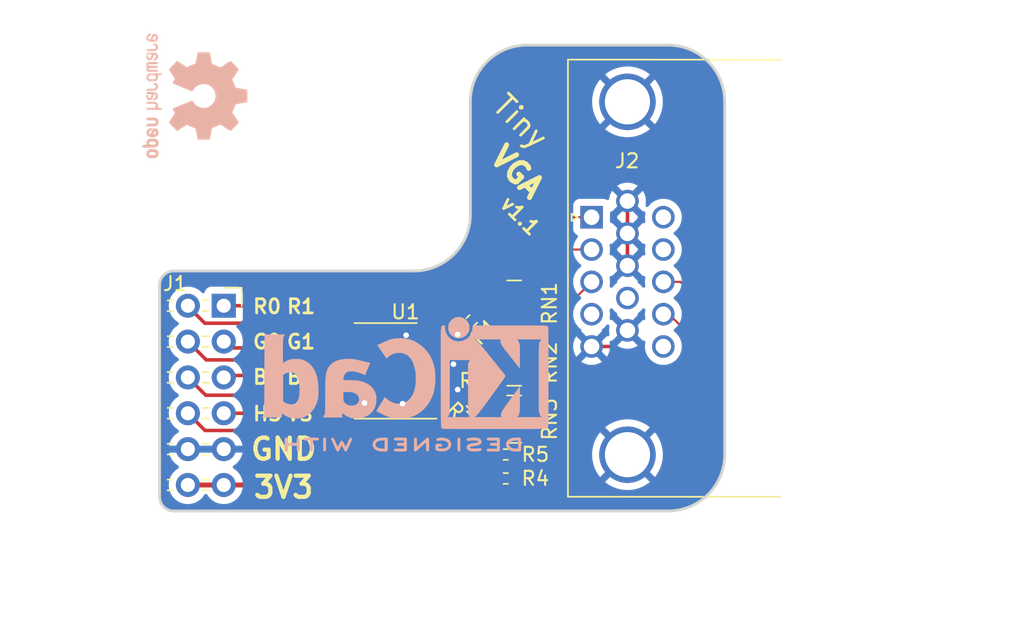
<source format=kicad_pcb>
(kicad_pcb (version 20221018) (generator pcbnew)
  (title_block (title "Tiny VGA") (date "2023-10-07") (rev "v1.0") (company "Copyright (c) Leo Moser") (comment 1 "Made by mole99") (comment 4 "AISLER Project ID: GYRJCWBJ"))
  (layers (0 "F.Cu" signal) (31 "B.Cu" signal) (34 "B.Paste" user) (35 "F.Paste" user) (36 "B.SilkS" user "B.Silkscreen") (37 "F.SilkS" user "F.Silkscreen") (38 "B.Mask" user) (39 "F.Mask" user) (44 "Edge.Cuts" user))
  (property "NAME" "TinyVGA")
  (property "VERSION" "v1.1")
  (net 0 "")
  (net 1 "GND")
  (net 2 "R0")
  (net 3 "R1")
  (net 4 "+3.3V")
  (net 5 "AnalogR")
  (net 6 "Hsync")
  (net 7 "G0")
  (net 8 "AnalogG")
  (net 9 "G1")
  (net 10 "B0")
  (net 11 "AnalogB")
  (net 12 "B1")
  (net 13 "Vsync")
  (net 14 "PMOD1")
  (net 15 "PMOD2")
  (net 16 "PMOD3")
  (net 17 "PMOD4")
  (net 18 "PMOD5")
  (net 19 "PMOD6")
  (net 20 "PMOD7")
  (net 21 "PMOD8")
  (net 22 "Net-(RN1A-R1.2)")
  (net 23 "Net-(RN2A-R1.2)")
  (net 24 "Net-(RN3A-R1.2)")
  (net 28 "Net-(J2-Pad13)")
  (net 29 "Net-(J2-Pad14)")
  (footprint "Resistor_SMD:R_0402_1005Metric" (layer "F.Cu") (at 150.1 80.5 -135)
    (fp_text reference "R1" (at -0.070711 -1.202082 45) (layer "F.SilkS"))
    (fp_text value "360R" hide)
    (pad "1" smd roundrect (at -0.51 0 225) (size 0.54 0.64) (layers "F.Cu" "F.Paste" "F.Mask") (net 22 "Net-(RN1A-R1.2)"))
    (pad "2" smd roundrect (at 0.51 0 225) (size 0.54 0.64) (layers "F.Cu" "F.Paste" "F.Mask") (net 1 "GND"))
  )
  (footprint "Resistor_SMD:R_Array_Convex_4x0603" (layer "F.Cu") (at 153.1 87.5 180)
    (fp_text reference "RN3" (at -2.5 0 270) (layer "F.SilkS"))
    (fp_text value "360R")
    (pad "1" smd rect (at -0.9 -1.2 180) (size 0.8 0.5) (layers "F.Cu" "F.Paste" "F.Mask") (net 10 "B0"))
    (pad "2" smd rect (at -0.9 -0.4 180) (size 0.8 0.4) (layers "F.Cu" "F.Paste" "F.Mask") (net 11 "AnalogB"))
    (pad "3" smd rect (at -0.9 0.4 180) (size 0.8 0.4) (layers "F.Cu" "F.Paste" "F.Mask") (net 11 "AnalogB"))
    (pad "4" smd rect (at -0.9 1.2 180) (size 0.8 0.5) (layers "F.Cu" "F.Paste" "F.Mask") (net 11 "AnalogB"))
    (pad "5" smd rect (at 0.9 1.2 180) (size 0.8 0.5) (layers "F.Cu" "F.Paste" "F.Mask") (net 12 "B1"))
    (pad "6" smd rect (at 0.9 0.4 180) (size 0.8 0.4) (layers "F.Cu" "F.Paste" "F.Mask") (net 24 "Net-(RN3A-R1.2)"))
    (pad "7" smd rect (at 0.9 -0.4 180) (size 0.8 0.4) (layers "F.Cu" "F.Paste" "F.Mask") (net 24 "Net-(RN3A-R1.2)"))
    (pad "8" smd rect (at 0.9 -1.2 180) (size 0.8 0.5) (layers "F.Cu" "F.Paste" "F.Mask") (net 24 "Net-(RN3A-R1.2)"))
  )
  (footprint "Connector_PinHeader_2.54mm:PinHeader_2x06_P2.54mm_Horizontal" (layer "F.Cu") (at 132.54 78.19)
    (fp_text reference "J1" (at -3.44 -0.29) (layer "F.SilkS"))
    (fp_text value "PMOD")
    (pad "1" thru_hole rect (at 0 1.27) (size 1.7 1.7) (drill 1) (layers "*.Cu" "*.Mask") (net 14 "PMOD1"))
    (pad "2" thru_hole oval (at 0 3.81) (size 1.7 1.7) (drill 1) (layers "*.Cu" "*.Mask") (net 15 "PMOD2"))
    (pad "3" thru_hole oval (at 0 6.35) (size 1.7 1.7) (drill 1) (layers "*.Cu" "*.Mask") (net 16 "PMOD3"))
    (pad "4" thru_hole oval (at 0 8.89) (size 1.7 1.7) (drill 1) (layers "*.Cu" "*.Mask") (net 17 "PMOD4"))
    (pad "5" thru_hole oval (at 0 11.43) (size 1.7 1.7) (drill 1) (layers "*.Cu" "*.Mask") (net 1 "GND"))
    (pad "6" thru_hole oval (at 0 13.97) (size 1.7 1.7) (drill 1) (layers "*.Cu" "*.Mask") (net 4 "+3.3V"))
    (pad "7" thru_hole oval (at -2.54 1.27) (size 1.7 1.7) (drill 1) (layers "*.Cu" "*.Mask") (net 18 "PMOD5"))
    (pad "8" thru_hole oval (at -2.54 3.81) (size 1.7 1.7) (drill 1) (layers "*.Cu" "*.Mask") (net 19 "PMOD6"))
    (pad "9" thru_hole oval (at -2.54 6.35) (size 1.7 1.7) (drill 1) (layers "*.Cu" "*.Mask") (net 20 "PMOD7"))
    (pad "10" thru_hole oval (at -2.54 8.89) (size 1.7 1.7) (drill 1) (layers "*.Cu" "*.Mask") (net 21 "PMOD8"))
    (pad "11" thru_hole oval (at -2.54 11.43) (size 1.7 1.7) (drill 1) (layers "*.Cu" "*.Mask") (net 1 "GND"))
    (pad "12" thru_hole oval (at -2.54 13.97) (size 1.7 1.7) (drill 1) (layers "*.Cu" "*.Mask") (net 4 "+3.3V"))
  )
  (footprint "Resistor_SMD:R_0402_1005Metric" (layer "F.Cu") (at 150.19 83.6 180)
    (fp_text reference "R2" (at 0 -1.17) (layer "F.SilkS"))
    (fp_text value "360R" hide)
    (pad "1" smd roundrect (at -0.51 0 180) (size 0.54 0.64) (layers "F.Cu" "F.Paste" "F.Mask") (net 23 "Net-(RN2A-R1.2)"))
    (pad "2" smd roundrect (at 0.51 0 180) (size 0.54 0.64) (layers "F.Cu" "F.Paste" "F.Mask") (net 1 "GND"))
  )
  (footprint "tiny-vga:DSUB-15-HD_Female_Horizontal" (layer "F.Cu") (at 159.7 73.2 90)
    (fp_text reference "J2" (at 4 1.4 180) (layer "F.SilkS"))
    (fp_text value "VGA")
    (pad "0" thru_hole circle (at -16.815 1.42 90) (size 4 4) (drill 3.2) (layers "*.Cu" "*.Mask") (net 1 "GND"))
    (pad "0" thru_hole circle (at 8.185 1.42 90) (size 4 4) (drill 3.2) (layers "*.Cu" "*.Mask") (net 1 "GND"))
    (pad "1" thru_hole rect (at 0.01 -1.12 90) (size 1.6 1.6) (drill 1.1) (layers "*.Cu" "*.Mask") (net 5 "AnalogR"))
    (pad "2" thru_hole circle (at -2.28 -1.12 90) (size 1.6 1.6) (drill 1.1) (layers "*.Cu" "*.Mask") (net 8 "AnalogG"))
    (pad "3" thru_hole circle (at -4.57 -1.12 90) (size 1.6 1.6) (drill 1.1) (layers "*.Cu" "*.Mask") (net 11 "AnalogB"))
    (pad "4" thru_hole circle (at -6.86 -1.12 90) (size 1.6 1.6) (drill 1.1) (layers "*.Cu" "*.Mask"))
    (pad "5" thru_hole circle (at -9.15 -1.12 90) (size 1.6 1.6) (drill 1.1) (layers "*.Cu" "*.Mask") (net 1 "GND"))
    (pad "6" thru_hole circle (at 1.155 1.42 90) (size 1.6 1.6) (drill 1.1) (layers "*.Cu" "*.Mask") (net 1 "GND"))
    (pad "7" thru_hole circle (at -1.135 1.42 90) (size 1.6 1.6) (drill 1.1) (layers "*.Cu" "*.Mask") (net 1 "GND"))
    (pad "8" thru_hole circle (at -3.425 1.42 90) (size 1.6 1.6) (drill 1.1) (layers "*.Cu" "*.Mask") (net 1 "GND"))
    (pad "9" thru_hole circle (at -5.715 1.42 90) (size 1.6 1.6) (drill 1.1) (layers "*.Cu" "*.Mask"))
    (pad "10" thru_hole circle (at -8.005 1.42 90) (size 1.6 1.6) (drill 1.1) (layers "*.Cu" "*.Mask") (net 1 "GND"))
    (pad "11" thru_hole circle (at 0.01 3.96 90) (size 1.6 1.6) (drill 1.1) (layers "*.Cu" "*.Mask"))
    (pad "12" thru_hole circle (at -2.28 3.96 90) (size 1.6 1.6) (drill 1.1) (layers "*.Cu" "*.Mask"))
    (pad "13" thru_hole circle (at -4.57 3.96 90) (size 1.6 1.6) (drill 1.1) (layers "*.Cu" "*.Mask") (net 28 "Net-(J2-Pad13)"))
    (pad "14" thru_hole circle (at -6.86 3.96 90) (size 1.6 1.6) (drill 1.1) (layers "*.Cu" "*.Mask") (net 29 "Net-(J2-Pad14)"))
    (pad "15" thru_hole circle (at -9.15 3.96 90) (size 1.6 1.6) (drill 1.1) (layers "*.Cu" "*.Mask"))
  )
  (footprint "Resistor_SMD:R_0402_1005Metric" (layer "F.Cu") (at 152.5 91.7)
    (fp_text reference "R4" (at 2.1 0) (layer "F.SilkS"))
    (fp_text value "47R")
    (pad "1" smd roundrect (at -0.51 0) (size 0.54 0.64) (layers "F.Cu" "F.Paste" "F.Mask") (net 6 "Hsync"))
    (pad "2" smd roundrect (at 0.51 0) (size 0.54 0.64) (layers "F.Cu" "F.Paste" "F.Mask") (net 28 "Net-(J2-Pad13)"))
  )
  (footprint "Resistor_SMD:R_0402_1005Metric" (layer "F.Cu") (at 152.5 90)
    (fp_text reference "R5" (at 2.1 0) (layer "F.SilkS"))
    (fp_text value "47R")
    (pad "1" smd roundrect (at -0.51 0) (size 0.54 0.64) (layers "F.Cu" "F.Paste" "F.Mask") (net 13 "Vsync"))
    (pad "2" smd roundrect (at 0.51 0) (size 0.54 0.64) (layers "F.Cu" "F.Paste" "F.Mask") (net 29 "Net-(J2-Pad14)"))
  )
  (footprint "Resistor_SMD:R_Array_Convex_4x0603" (layer "F.Cu") (at 153.1 79.35 180)
    (fp_text reference "RN1" (at -2.5 0.05 90) (layer "F.SilkS"))
    (fp_text value "360R")
    (pad "1" smd rect (at -0.9 -1.2 180) (size 0.8 0.5) (layers "F.Cu" "F.Paste" "F.Mask") (net 2 "R0"))
    (pad "2" smd rect (at -0.9 -0.4 180) (size 0.8 0.4) (layers "F.Cu" "F.Paste" "F.Mask") (net 5 "AnalogR"))
    (pad "3" smd rect (at -0.9 0.4 180) (size 0.8 0.4) (layers "F.Cu" "F.Paste" "F.Mask") (net 5 "AnalogR"))
    (pad "4" smd rect (at -0.9 1.2 180) (size 0.8 0.5) (layers "F.Cu" "F.Paste" "F.Mask") (net 5 "AnalogR"))
    (pad "5" smd rect (at 0.9 1.2 180) (size 0.8 0.5) (layers "F.Cu" "F.Paste" "F.Mask") (net 3 "R1"))
    (pad "6" smd rect (at 0.9 0.4 180) (size 0.8 0.4) (layers "F.Cu" "F.Paste" "F.Mask") (net 22 "Net-(RN1A-R1.2)"))
    (pad "7" smd rect (at 0.9 -0.4 180) (size 0.8 0.4) (layers "F.Cu" "F.Paste" "F.Mask") (net 22 "Net-(RN1A-R1.2)"))
    (pad "8" smd rect (at 0.9 -1.2 180) (size 0.8 0.5) (layers "F.Cu" "F.Paste" "F.Mask") (net 22 "Net-(RN1A-R1.2)"))
  )
  (footprint "Resistor_SMD:R_0402_1005Metric" (layer "F.Cu") (at 150.1 86.4 135)
    (fp_text reference "R3" (at 0 -1.17 135) (layer "F.SilkS"))
    (fp_text value "360R" hide)
    (pad "1" smd roundrect (at -0.51 0 135) (size 0.54 0.64) (layers "F.Cu" "F.Paste" "F.Mask") (net 24 "Net-(RN3A-R1.2)"))
    (pad "2" smd roundrect (at 0.51 0 135) (size 0.54 0.64) (layers "F.Cu" "F.Paste" "F.Mask") (net 1 "GND"))
  )
  (footprint "Resistor_SMD:R_Array_Convex_4x0603" (layer "F.Cu") (at 153.1 83.45 180)
    (fp_text reference "RN2" (at -2.5 -0.05 270) (layer "F.SilkS"))
    (fp_text value "360R")
    (pad "1" smd rect (at -0.9 -1.2 180) (size 0.8 0.5) (layers "F.Cu" "F.Paste" "F.Mask") (net 7 "G0"))
    (pad "2" smd rect (at -0.9 -0.4 180) (size 0.8 0.4) (layers "F.Cu" "F.Paste" "F.Mask") (net 8 "AnalogG"))
    (pad "3" smd rect (at -0.9 0.4 180) (size 0.8 0.4) (layers "F.Cu" "F.Paste" "F.Mask") (net 8 "AnalogG"))
    (pad "4" smd rect (at -0.9 1.2 180) (size 0.8 0.5) (layers "F.Cu" "F.Paste" "F.Mask") (net 8 "AnalogG"))
    (pad "5" smd rect (at 0.9 1.2 180) (size 0.8 0.5) (layers "F.Cu" "F.Paste" "F.Mask") (net 9 "G1"))
    (pad "6" smd rect (at 0.9 0.4 180) (size 0.8 0.4) (layers "F.Cu" "F.Paste" "F.Mask") (net 23 "Net-(RN2A-R1.2)"))
    (pad "7" smd rect (at 0.9 -0.4 180) (size 0.8 0.4) (layers "F.Cu" "F.Paste" "F.Mask") (net 23 "Net-(RN2A-R1.2)"))
    (pad "8" smd rect (at 0.9 -1.2 180) (size 0.8 0.5) (layers "F.Cu" "F.Paste" "F.Mask") (net 23 "Net-(RN2A-R1.2)"))
  )
  (footprint "Package_SO:TSSOP-20_4.4x6.5mm_P0.65mm" (layer "F.Cu") (at 144 84.075 180)
    (fp_text reference "U1" (at -1.4 4.175 180) (layer "F.SilkS"))
    (fp_text value "74LVC245APW,118" hide)
    (pad "1" smd roundrect (at -2.8625 -2.925 180) (size 1.475 0.4) (layers "F.Cu" "F.Paste" "F.Mask") (net 1 "GND"))
    (pad "2" smd roundrect (at -2.8625 -2.275 180) (size 1.475 0.4) (layers "F.Cu" "F.Paste" "F.Mask") (net 6 "Hsync"))
    (pad "3" smd roundrect (at -2.8625 -1.625 180) (size 1.475 0.4) (layers "F.Cu" "F.Paste" "F.Mask") (net 13 "Vsync"))
    (pad "4" smd roundrect (at -2.8625 -0.975 180) (size 1.475 0.4) (layers "F.Cu" "F.Paste" "F.Mask") (net 10 "B0"))
    (pad "5" smd roundrect (at -2.8625 -0.325 180) (size 1.475 0.4) (layers "F.Cu" "F.Paste" "F.Mask") (net 12 "B1"))
    (pad "6" smd roundrect (at -2.8625 0.325 180) (size 1.475 0.4) (layers "F.Cu" "F.Paste" "F.Mask") (net 7 "G0"))
    (pad "7" smd roundrect (at -2.8625 0.975 180) (size 1.475 0.4) (layers "F.Cu" "F.Paste" "F.Mask") (net 9 "G1"))
    (pad "8" smd roundrect (at -2.8625 1.625 180) (size 1.475 0.4) (layers "F.Cu" "F.Paste" "F.Mask") (net 2 "R0"))
    (pad "9" smd roundrect (at -2.8625 2.275 180) (size 1.475 0.4) (layers "F.Cu" "F.Paste" "F.Mask") (net 3 "R1"))
    (pad "10" smd roundrect (at -2.8625 2.925 180) (size 1.475 0.4) (layers "F.Cu" "F.Paste" "F.Mask") (net 1 "GND"))
    (pad "11" smd roundrect (at 2.8625 2.925 180) (size 1.475 0.4) (layers "F.Cu" "F.Paste" "F.Mask") (net 14 "PMOD1"))
    (pad "12" smd roundrect (at 2.8625 2.275 180) (size 1.475 0.4) (layers "F.Cu" "F.Paste" "F.Mask") (net 18 "PMOD5"))
    (pad "13" smd roundrect (at 2.8625 1.625 180) (size 1.475 0.4) (layers "F.Cu" "F.Paste" "F.Mask") (net 15 "PMOD2"))
    (pad "14" smd roundrect (at 2.8625 0.975 180) (size 1.475 0.4) (layers "F.Cu" "F.Paste" "F.Mask") (net 19 "PMOD6"))
    (pad "15" smd roundrect (at 2.8625 0.325 180) (size 1.475 0.4) (layers "F.Cu" "F.Paste" "F.Mask") (net 16 "PMOD3"))
    (pad "16" smd roundrect (at 2.8625 -0.325 180) (size 1.475 0.4) (layers "F.Cu" "F.Paste" "F.Mask") (net 20 "PMOD7"))
    (pad "17" smd roundrect (at 2.8625 -0.975 180) (size 1.475 0.4) (layers "F.Cu" "F.Paste" "F.Mask") (net 17 "PMOD4"))
    (pad "18" smd roundrect (at 2.8625 -1.625 180) (size 1.475 0.4) (layers "F.Cu" "F.Paste" "F.Mask") (net 21 "PMOD8"))
    (pad "19" smd roundrect (at 2.8625 -2.275 180) (size 1.475 0.4) (layers "F.Cu" "F.Paste" "F.Mask") (net 1 "GND"))
    (pad "20" smd roundrect (at 2.8625 -2.925 180) (size 1.475 0.4) (layers "F.Cu" "F.Paste" "F.Mask") (net 4 "+3.3V"))
  )
  (footprint "Symbol:KiCad-Logo2_8mm_SilkScreen" (layer "B.Cu") (at 145.4 84.2 180)
    (fp_text reference "REF**" hide)
    (fp_text value "KiCad-Logo2_8mm_SilkScreen" hide)
  )
  (footprint "Symbol:OSHW-Logo2_9.8x8mm_SilkScreen" (layer "B.Cu") (at 130.5 64.6 90)
    (fp_text reference "REF**" hide)
    (fp_text value "OSHW-Logo2_9.8x8mm_SilkScreen" hide)
  )
  (gr_line (start 129 77) (end 146 77) (stroke (width 0.2)) (layer "Edge.Cuts"))
  (gr_line (start 129 94) (end 164 94) (stroke (width 0.2)) (layer "Edge.Cuts"))
  (gr_arc (start 150 73) (mid 148.828427 75.828427) (end 146 77) (stroke (width 0.2)) (layer "Edge.Cuts"))
  (gr_line (start 154 61) (end 164 61) (stroke (width 0.2)) (layer "Edge.Cuts"))
  (gr_arc (start 164 61) (mid 166.828427 62.171573) (end 168 65) (stroke (width 0.2)) (layer "Edge.Cuts"))
  (gr_line (start 128.000002 78) (end 128 93) (stroke (width 0.2)) (layer "Edge.Cuts"))
  (gr_arc (start 150 65) (mid 151.171573 62.171573) (end 154 61) (stroke (width 0.2)) (layer "Edge.Cuts"))
  (gr_line (start 168 65) (end 168 90) (stroke (width 0.2)) (layer "Edge.Cuts"))
  (gr_arc (start 168 90) (mid 166.828427 92.828427) (end 164 94) (stroke (width 0.2)) (layer "Edge.Cuts"))
  (gr_arc (start 129 94) (mid 128.292893 93.707107) (end 128 93) (stroke (width 0.2)) (layer "Edge.Cuts"))
  (gr_line (start 150 73) (end 150 65) (stroke (width 0.2)) (layer "Edge.Cuts"))
  (gr_arc (start 128.000002 78) (mid 128.292895 77.292894) (end 129.000002 77) (stroke (width 0.2)) (layer "Edge.Cuts"))
  (gr_text "VS" (at 136.9 87.7) (layer "F.SilkS") (effects (font (size 1 1) (thickness 0.2) bold) (justify left bottom)))
  (gr_text "R0" (at 134.5 80.1) (layer "F.SilkS") (effects (font (size 1 1) (thickness 0.2) bold) (justify left bottom)))
  (gr_text "Tiny" (at 151.3 65.4 315) (layer "F.SilkS") (effects (font (size 1.5 1.5) (thickness 0.2)) (justify left bottom)))
  (gr_text "B1" (at 136.9 85.1) (layer "F.SilkS") (effects (font (size 1 1) (thickness 0.2) bold) (justify left bottom)))
  (gr_text "B0" (at 134.5 85.1) (layer "F.SilkS") (effects (font (size 1 1) (thickness 0.2) bold) (justify left bottom)))
  (gr_text "G0" (at 134.5 82.6) (layer "F.SilkS") (effects (font (size 1 1) (thickness 0.2) bold) (justify left bottom)))
  (gr_text "3V3" (at 134.5 93.2) (layer "F.SilkS") (effects (font (size 1.5 1.5) (thickness 0.3) bold) (justify left bottom)))
  (gr_text "G1" (at 136.9 82.6) (layer "F.SilkS") (effects (font (size 1 1) (thickness 0.2) bold) (justify left bottom)))
  (gr_text "GND" (at 134.3 90.5) (layer "F.SilkS") (effects (font (size 1.5 1.5) (thickness 0.3) bold) (justify left bottom)))
  (gr_text "VGA" (at 151.1 69 315) (layer "F.SilkS") (effects (font (size 1.5 1.5) (thickness 0.35) bold) (justify left bottom)))
  (gr_text "HS" (at 134.5 87.7) (layer "F.SilkS") (effects (font (size 1 1) (thickness 0.2) bold) (justify left bottom)))
  (gr_text "R1" (at 136.9 80.1) (layer "F.SilkS") (effects (font (size 1 1) (thickness 0.2) bold) (justify left bottom)))
  (gr_text "${VERSION}" (at 151.9 72.3 315) (layer "F.SilkS") (effects (font (size 1 1) (thickness 0.2) bold) (justify left bottom)))
  (segment (start 161.12 74.335) (end 161.12 76.625) (width 0.25) (layer "F.Cu") (net 1))
  (segment (start 149.1015 85.4015) (end 149.739376 86.039376) (width 0.15) (layer "F.Cu") (net 1))
  (segment (start 145.85 81.15) (end 146.8625 81.15) (width 0.25) (layer "F.Cu") (net 1))
  (segment (start 145.45 81.55) (end 145.85 81.15) (width 0.25) (layer "F.Cu") (net 1))
  (segment (start 149.739376 80.860624) (end 149.1 81.5) (width 0.15) (layer "F.Cu") (net 1))
  (segment (start 159.975 82.35) (end 161.12 81.205) (width 0.25) (layer "F.Cu") (net 1))
  (segment (start 149.1 85.4015) (end 149.1015 85.4015) (width 0.15) (layer "F.Cu") (net 1))
  (segment (start 161.12 72.045) (end 161.12 74.335) (width 0.25) (layer "F.Cu") (net 1))
  (segment (start 148.8 83.6) (end 149.68 83.6) (width 0.15) (layer "F.Cu") (net 1))
  (segment (start 142.5 86.35) (end 141.1375 86.35) (width 0.25) (layer "F.Cu") (net 1))
  (segment (start 158.58 82.35) (end 159.975 82.35) (width 0.25) (layer "F.Cu") (net 1))
  (segment (start 145.2 86.4) (end 145.8 87) (width 0.25) (layer "F.Cu") (net 1))
  (segment (start 145.8 87) (end 146.8625 87) (width 0.25) (layer "F.Cu") (net 1))
  (via (at 142.5 86.35) (size 0.8) (drill 0.4) (layers "F.Cu" "B.Cu") (net 1))
  (via (at 149.1 81.5) (size 0.8) (drill 0.4) (layers "F.Cu" "B.Cu") (net 1))
  (via (at 145.2 86.4) (size 0.8) (drill 0.4) (layers "F.Cu" "B.Cu") (net 1))
  (via (at 148.8 83.6) (size 0.8) (drill 0.4) (layers "F.Cu" "B.Cu") (net 1))
  (via (at 149.1 85.4015) (size 0.8) (drill 0.4) (layers "F.Cu" "B.Cu") (net 1))
  (via (at 145.45 81.55) (size 0.8) (drill 0.4) (layers "F.Cu" "B.Cu") (net 1))
  (segment (start 153.548 81.002) (end 154 80.55) (width 0.15) (layer "F.Cu") (net 2))
  (segment (start 146.8625 82.45) (end 149.45 82.45) (width 0.15) (layer "F.Cu") (net 2))
  (segment (start 150.902 81.002) (end 153.548 81.002) (width 0.15) (layer "F.Cu") (net 2))
  (segment (start 150.9 81) (end 150.902 81.002) (width 0.15) (layer "F.Cu") (net 2))
  (segment (start 149.45 82.45) (end 150.9 81) (width 0.15) (layer "F.Cu") (net 2))
  (segment (start 147.6 81.8) (end 151.25 78.15) (width 0.15) (layer "F.Cu") (net 3))
  (segment (start 146.8625 81.8) (end 147.6 81.8) (width 0.15) (layer "F.Cu") (net 3))
  (segment (start 151.25 78.15) (end 152.2 78.15) (width 0.15) (layer "F.Cu") (net 3))
  (segment (start 134.84 92.16) (end 140 87) (width 0.35) (layer "F.Cu") (net 4))
  (segment (start 140 87) (end 141.1375 87) (width 0.35) (layer "F.Cu") (net 4))
  (segment (start 132.54 92.16) (end 134.84 92.16) (width 0.35) (layer "F.Cu") (net 4))
  (segment (start 130 92.16) (end 132.54 92.16) (width 0.35) (layer "F.Cu") (net 4))
  (segment (start 154 78.15) (end 154 78.95) (width 0.15) (layer "F.Cu") (net 5))
  (segment (start 154 78.95) (end 154 79.75) (width 0.15) (layer "F.Cu") (net 5))
  (segment (start 154 75.9) (end 156.71 73.19) (width 0.15) (layer "F.Cu") (net 5))
  (segment (start 154 78.15) (end 154 75.9) (width 0.15) (layer "F.Cu") (net 5))
  (segment (start 156.71 73.19) (end 158.58 73.19) (width 0.15) (layer "F.Cu") (net 5))
  (segment (start 147.6 86.35) (end 150.5 89.25) (width 0.15) (layer "F.Cu") (net 6))
  (segment (start 150.5 90.8) (end 151.4 91.7) (width 0.15) (layer "F.Cu") (net 6))
  (segment (start 146.8625 86.35) (end 147.6 86.35) (width 0.15) (layer "F.Cu") (net 6))
  (segment (start 150.5 89.25) (end 150.5 90.8) (width 0.15) (layer "F.Cu") (net 6))
  (segment (start 151.4 91.7) (end 151.99 91.7) (width 0.15) (layer "F.Cu") (net 6))
  (segment (start 148.4 84.3) (end 150.6 84.3) (width 0.15) (layer "F.Cu") (net 7))
  (segment (start 151.402 85.102) (end 153.798 85.102) (width 0.15) (layer "F.Cu") (net 7))
  (segment (start 146.8625 83.75) (end 147.85 83.75) (width 0.15) (layer "F.Cu") (net 7))
  (segment (start 154 84.9) (end 154 84.65) (width 0.15) (layer "F.Cu") (net 7))
  (segment (start 147.85 83.75) (end 148.4 84.3) (width 0.15) (layer "F.Cu") (net 7))
  (segment (start 150.6 84.3) (end 151.402 85.102) (width 0.15) (layer "F.Cu") (net 7))
  (segment (start 153.798 85.102) (end 154 84.9) (width 0.15) (layer "F.Cu") (net 7))
  (segment (start 154 83.05) (end 154 83.85) (width 0.15) (layer "F.Cu") (net 8))
  (segment (start 155.6 80.65) (end 154 82.25) (width 0.15) (layer "F.Cu") (net 8))
  (segment (start 154 82.25) (end 154 83.05) (width 0.15) (layer "F.Cu") (net 8))
  (segment (start 155.6 77) (end 155.6 80.65) (width 0.15) (layer "F.Cu") (net 8))
  (segment (start 158.58 75.48) (end 157.12 75.48) (width 0.15) (layer "F.Cu") (net 8))
  (segment (start 157.12 75.48) (end 155.6 77) (width 0.15) (layer "F.Cu") (net 8))
  (segment (start 146.8625 83.1) (end 147.6 83.1) (width 0.15) (layer "F.Cu") (net 9))
  (segment (start 150.85 82.25) (end 152.2 82.25) (width 0.15) (layer "F.Cu") (net 9))
  (segment (start 150.25 82.85) (end 150.85 82.25) (width 0.15) (layer "F.Cu") (net 9))
  (segment (start 147.85 82.85) (end 150.25 82.85) (width 0.15) (layer "F.Cu") (net 9))
  (segment (start 147.6 83.1) (end 147.85 82.85) (width 0.15) (layer "F.Cu") (net 9))
  (segment (start 146.8625 85.05) (end 147.6 85.05) (width 0.15) (layer "F.Cu") (net 10))
  (segment (start 151.702 89.152) (end 153.848 89.152) (width 0.15) (layer "F.Cu") (net 10))
  (segment (start 147.6 85.05) (end 151.702 89.152) (width 0.15) (layer "F.Cu") (net 10))
  (segment (start 153.848 89.152) (end 154 89) (width 0.15) (layer "F.Cu") (net 10))
  (segment (start 154 89) (end 154 88.7) (width 0.15) (layer "F.Cu") (net 10))
  (segment (start 156.927669 79.422331) (end 156.927669 83.372331) (width 0.15) (layer "F.Cu") (net 11))
  (segment (start 154 87.1) (end 154 86.3) (width 0.25) (layer "F.Cu") (net 11))
  (segment (start 156.927669 83.372331) (end 154 86.3) (width 0.15) (layer "F.Cu") (net 11))
  (segment (start 154 87.9) (end 154 87.1) (width 0.25) (layer "F.Cu") (net 11))
  (segment (start 158.58 77.77) (end 156.927669 79.422331) (width 0.15) (layer "F.Cu") (net 11))
  (segment (start 148.005026 84.4) (end 148.405026 84.8) (width 0.15) (layer "F.Cu") (net 12))
  (segment (start 146.8625 84.4) (end 148.005026 84.4) (width 0.15) (layer "F.Cu") (net 12))
  (segment (start 151.4 86.3) (end 152.2 86.3) (width 0.15) (layer "F.Cu") (net 12))
  (segment (start 149.9 84.8) (end 151.4 86.3) (width 0.15) (layer "F.Cu") (net 12))
  (segment (start 148.405026 84.8) (end 149.9 84.8) (width 0.15) (layer "F.Cu") (net 12))
  (segment (start 151.9 90) (end 151.99 90) (width 0.15) (layer "F.Cu") (net 13))
  (segment (start 147.6 85.7) (end 151.9 90) (width 0.15) (layer "F.Cu") (net 13))
  (segment (start 146.8625 85.7) (end 147.6 85.7) (width 0.15) (layer "F.Cu") (net 13))
  (segment (start 136.46 79.46) (end 138.15 81.15) (width 0.25) (layer "F.Cu") (net 14))
  (segment (start 132.54 79.46) (end 136.46 79.46) (width 0.25) (layer "F.Cu") (net 14))
  (segment (start 138.15 81.15) (end 141.1375 81.15) (width 0.25) (layer "F.Cu") (net 14))
  (segment (start 132.54 82) (end 132.99 82.45) (width 0.25) (layer "F.Cu") (net 15))
  (segment (start 132.99 82.45) (end 141.1375 82.45) (width 0.25) (layer "F.Cu") (net 15))
  (segment (start 132.54 84.54) (end 132.68 84.4) (width 0.25) (layer "F.Cu") (net 16))
  (segment (start 135.8 84.4) (end 136.45 83.75) (width 0.25) (layer "F.Cu") (net 16))
  (segment (start 136.45 83.75) (end 141.1375 83.75) (width 0.25) (layer "F.Cu") (net 16))
  (segment (start 132.68 84.4) (end 135.8 84.4) (width 0.25) (layer "F.Cu") (net 16))
  (segment (start 138.25 85.05) (end 141.1375 85.05) (width 0.25) (layer "F.Cu") (net 17))
  (segment (start 136.22 87.08) (end 138.25 85.05) (width 0.25) (layer "F.Cu") (net 17))
  (segment (start 132.54 87.08) (end 136.22 87.08) (width 0.25) (layer "F.Cu") (net 17))
  (segment (start 136 80.7) (end 137.1 81.8) (width 0.25) (layer "F.Cu") (net 18))
  (segment (start 137.1 81.8) (end 141.1375 81.8) (width 0.25) (layer "F.Cu") (net 18))
  (segment (start 130 79.5) (end 131.2 80.7) (width 0.25) (layer "F.Cu") (net 18))
  (segment (start 130 79.46) (end 130 79.5) (width 0.25) (layer "F.Cu") (net 18))
  (segment (start 131.2 80.7) (end 136 80.7) (width 0.25) (layer "F.Cu") (net 18))
  (segment (start 130 82) (end 131.3 83.3) (width 0.25) (layer "F.Cu") (net 19))
  (segment (start 131.3 83.3) (end 135.1 83.3) (width 0.25) (layer "F.Cu") (net 19))
  (segment (start 135.1 83.3) (end 135.3 83.1) (width 0.25) (layer "F.Cu") (net 19))
  (segment (start 135.3 83.1) (end 141.1375 83.1) (width 0.25) (layer "F.Cu") (net 19))
  (segment (start 131.26 85.8) (end 136 85.8) (width 0.25) (layer "F.Cu") (net 20))
  (segment (start 136 85.8) (end 137.4 84.4) (width 0.25) (layer "F.Cu") (net 20))
  (segment (start 137.4 84.4) (end 141.1375 84.4) (width 0.25) (layer "F.Cu") (net 20))
  (segment (start 130 84.54) (end 131.26 85.8) (width 0.25) (layer "F.Cu") (net 20))
  (segment (start 131.22 88.3) (end 136.5 88.3) (width 0.25) (layer "F.Cu") (net 21))
  (segment (start 136.5 88.3) (end 139.1 85.7) (width 0.25) (layer "F.Cu") (net 21))
  (segment (start 130 87.08) (end 131.22 88.3) (width 0.25) (layer "F.Cu") (net 21))
  (segment (start 139.1 85.7) (end 141.1375 85.7) (width 0.25) (layer "F.Cu") (net 21))
  (segment (start 150.85 79.75) (end 152.2 79.75) (width 0.15) (layer "F.Cu") (net 22))
  (segment (start 152.2 80.55) (end 152.2 79.75) (width 0.25) (layer "F.Cu") (net 22))
  (segment (start 152.2 79.75) (end 152.2 78.95) (width 0.15) (layer "F.Cu") (net 22))
  (segment (start 150.460624 80.139376) (end 150.85 79.75) (width 0.15) (layer "F.Cu") (net 22))
  (segment (start 152.2 84.65) (end 152.2 83.85) (width 0.25) (layer "F.Cu") (net 23))
  (segment (start 150.8 83.7) (end 150.7 83.6) (width 0.15) (layer "F.Cu") (net 23))
  (segment (start 151.4 83.6) (end 151.65 83.85) (width 0.15) (layer "F.Cu") (net 23))
  (segment (start 152.2 83.85) (end 152.2 83.05) (width 0.15) (layer "F.Cu") (net 23))
  (segment (start 151.65 83.85) (end 152.2 83.85) (width 0.15) (layer "F.Cu") (net 23))
  (segment (start 150.7 83.6) (end 151.4 83.6) (width 0.15) (layer "F.Cu") (net 23))
  (segment (start 152.2 87.1) (end 152.2 87.9) (width 0.25) (layer "F.Cu") (net 24))
  (segment (start 150.8 87.1) (end 152.2 87.1) (width 0.25) (layer "F.Cu") (net 24))
  (segment (start 150.460624 86.760624) (end 150.8 87.1) (width 0.25) (layer "F.Cu") (net 24))
  (segment (start 152.2 87.9) (end 152.2 88.7) (width 0.25) (layer "F.Cu") (net 24))
  (segment (start 160 86.6) (end 163.7 86.6) (width 0.15) (layer "F.Cu") (net 28))
  (segment (start 163.7 86.6) (end 166.3 84) (width 0.15) (layer "F.Cu") (net 28))
  (segment (start 154.9 91.7) (end 160 86.6) (width 0.15) (layer "F.Cu") (net 28))
  (segment (start 166.3 79.2) (end 164.87 77.77) (width 0.15) (layer "F.Cu") (net 28))
  (segment (start 166.3 84) (end 166.3 79.2) (width 0.15) (layer "F.Cu") (net 28))
  (segment (start 153.01 91.7) (end 154.9 91.7) (width 0.15) (layer "F.Cu") (net 28))
  (segment (start 164.87 77.77) (end 163.66 77.77) (width 0.15) (layer "F.Cu") (net 28))
  (segment (start 155.3 90) (end 159.8 85.5) (width 0.15) (layer "F.Cu") (net 29))
  (segment (start 164.06 80.06) (end 163.66 80.06) (width 0.15) (layer "F.Cu") (net 29))
  (segment (start 163.2 85.5) (end 165.1 83.6) (width 0.15) (layer "F.Cu") (net 29))
  (segment (start 153.01 90) (end 155.3 90) (width 0.15) (layer "F.Cu") (net 29))
  (segment (start 165.1 83.6) (end 165.1 81.1) (width 0.15) (layer "F.Cu") (net 29))
  (segment (start 165.1 81.1) (end 164.06 80.06) (width 0.15) (layer "F.Cu") (net 29))
  (segment (start 159.8 85.5) (end 163.2 85.5) (width 0.15) (layer "F.Cu") (net 29))
  (zone (net 1) (net_name "GND") (layer "B.Cu") (connect_pads (clearance 0.5)) (min_thickness 0.25) (fill yes (thermal_gap 0.5) (thermal_bridge_width 0.5))
    (polygon (pts (xy 116.7 57.8) (xy 176.6 57.8) (xy 176.6 97.2) (xy 116.7 97.2)))
  )
)
</source>
